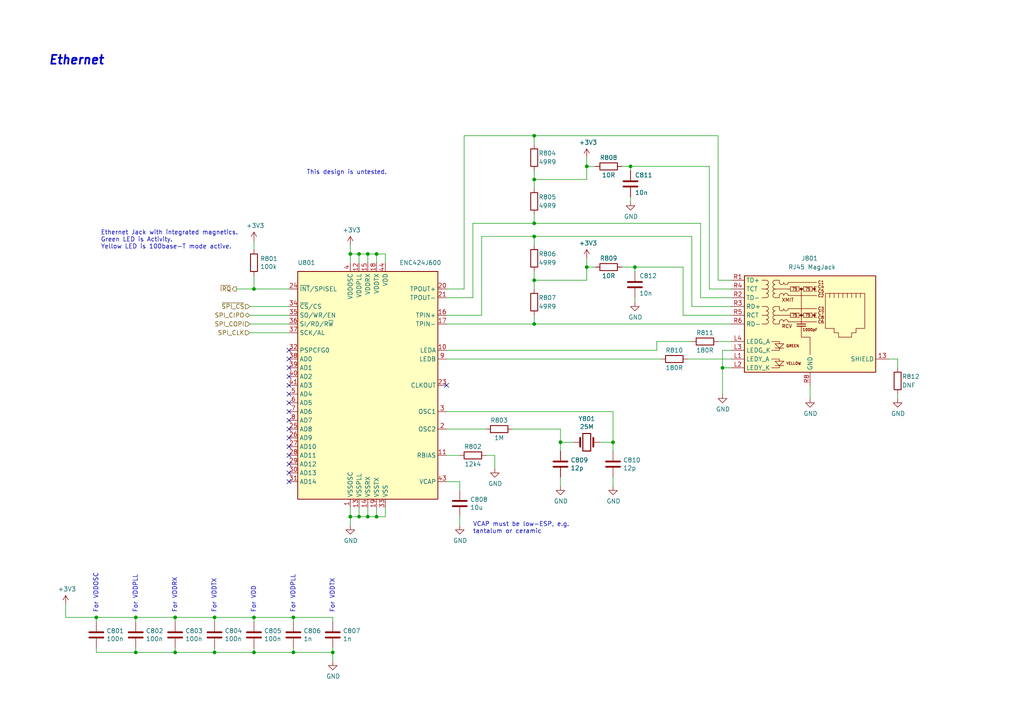
<source format=kicad_sch>
(kicad_sch (version 20211123) (generator eeschema)
  (paper "A4")
  (title_block (title "Neotron Common Hardware") (date "2021-06-18") (rev "[Uncontrolled]") (company "https://neotron-compute.github.io/") (comment 1 "Licenced as CC BY-SA") (comment 2 "Copyright (c) The Neotron Developers, 2022"))
  (lib_symbols
    (symbol "Connector:RJ45_Amphenol_RJMG1BD3B8K1ANR"
      (property "Reference" "J" (at 19.05 15.24 0))
      (property "Value" "RJ45_Amphenol_RJMG1BD3B8K1ANR" (at -19.05 15.24 0))
      (symbol "RJ45_Amphenol_RJMG1BD3B8K1ANR_0_0"
        (circle (center -2.54 2.54) (radius 0.254) (stroke (width 0.254)) (fill (type outline)))
        (circle (center -2.54 10.16) (radius 0.254) (stroke (width 0.254)) (fill (type outline)))
        (polyline (pts (xy -7.62 -12.065) (xy -10.16 -12.065)))
        (polyline (pts (xy -7.62 -6.985) (xy -10.16 -6.985)))
        (polyline (pts (xy -2.54 10.16) (xy -2.54 0)))
        (polyline (pts (xy -1.27 -0.635) (xy -3.81 -0.635)) (stroke (width 0.254)))
        (polyline (pts (xy -1.27 0) (xy -3.81 0)) (stroke (width 0.254)))
        (polyline (pts (xy 1.27 2.54) (xy 0.635 2.54)))
        (polyline (pts (xy 1.27 10.16) (xy 0.635 10.16)))
        (polyline (pts (xy -11.176 -12.7) (xy -8.89 -12.7) (xy -8.89 -12.065)))
        (polyline (pts (xy -11.176 -10.16) (xy -8.89 -10.16) (xy -8.89 -10.795)))
        (polyline (pts (xy -11.176 -5.08) (xy -8.89 -5.08) (xy -8.89 -5.715)))
        (polyline (pts (xy -8.89 -6.985) (xy -8.89 -7.62) (xy -11.176 -7.62)))
        (polyline (pts (xy -10.16 -5.715) (xy -7.62 -5.715) (xy -8.89 -6.985) (xy -10.16 -5.715)))
        (polyline (pts (xy -7.62 -10.795) (xy -10.16 -10.795) (xy -8.89 -12.065) (xy -7.62 -10.795)))
        (polyline (pts (xy -2.54 -0.635) (xy -2.54 -3.81) (xy 0 -3.81) (xy 0 -8.89)))
        (polyline (pts (xy 1.905 3.175) (xy 1.27 3.175) (xy 1.27 1.905) (xy 1.905 1.905)))
        (polyline (pts (xy 1.905 10.795) (xy 1.27 10.795) (xy 1.27 9.525) (xy 1.905 9.525)))
        (circle (center 1.27 2.54) (radius 0.254) (stroke (width 0.254)) (fill (type outline)))
        (circle (center 1.27 10.16) (radius 0.254) (stroke (width 0.254)) (fill (type outline)))
        (text "1000pF" (at 0 -1.651 0) (effects (font (size 0.762 0.762))))
        (text "75" (at -4.445 2.54 0) (effects (font (size 0.762 0.762))))
        (text "75" (at -4.445 10.16 0) (effects (font (size 0.762 0.762))))
        (text "75" (at -0.635 2.54 0) (effects (font (size 0.762 0.762))))
        (text "75" (at -0.635 10.16 0) (effects (font (size 0.762 0.762))))
        (text "C1" (at 3.175 12.065 0) (effects (font (size 0.889 0.889))))
        (text "C2" (at 3.175 8.255 0) (effects (font (size 0.889 0.889))))
        (text "C3" (at 3.175 4.445 0) (effects (font (size 0.889 0.889))))
        (text "C4" (at 3.175 10.795 0) (effects (font (size 0.889 0.889))))
        (text "C5" (at 3.175 9.525 0) (effects (font (size 0.889 0.889))))
        (text "C6" (at 3.175 0.635 0) (effects (font (size 0.889 0.889))))
        (text "C7" (at 3.175 3.175 0) (effects (font (size 0.889 0.889))))
        (text "C8" (at 3.175 1.905 0) (effects (font (size 0.889 0.889))))
        (text "GREEN" (at -6.985 -6.35 0) (effects (font (size 0.762 0.762)) (justify left)))
        (text "RCV" (at -8.255 -0.635 0) (effects (font (size 1.016 1.016)) (justify left)))
        (text "XMIT" (at -8.255 6.985 0) (effects (font (size 1.016 1.016)) (justify left)))
        (text "YELLOW" (at -6.985 -11.43 0) (effects (font (size 0.762 0.762)) (justify left)))
      )
      (symbol "RJ45_Amphenol_RJMG1BD3B8K1ANR_0_1"
        (rectangle (start -19.05 -13.97) (end 19.05 13.97) (stroke (width 0.254)) (fill (type background)))
        (arc (start -12.7 0) (mid -12.065 0.635) (end -12.7 1.27))
        (arc (start -12.7 1.27) (mid -12.065 1.905) (end -12.7 2.54))
        (arc (start -12.7 2.54) (mid -12.065 3.175) (end -12.7 3.81))
        (arc (start -12.7 3.81) (mid -12.065 4.445) (end -12.7 5.08))
        (arc (start -12.7 7.62) (mid -12.065 8.255) (end -12.7 8.89))
        (arc (start -12.7 8.89) (mid -12.065 9.525) (end -12.7 10.16))
        (arc (start -12.7 10.16) (mid -12.065 10.795) (end -12.7 11.43))
        (arc (start -12.7 11.43) (mid -12.065 12.065) (end -12.7 12.7))
        (arc (start -10.16 1.27) (mid -10.795 0.635) (end -10.16 0))
        (arc (start -10.16 2.54) (mid -10.795 1.905) (end -10.16 1.27))
        (arc (start -10.16 3.81) (mid -10.795 3.175) (end -10.16 2.54))
        (arc (start -10.16 5.08) (mid -10.795 4.445) (end -10.16 3.81))
        (arc (start -10.16 8.89) (mid -10.795 8.255) (end -10.16 7.62))
        (arc (start -10.16 10.16) (mid -10.795 9.525) (end -10.16 8.89))
        (arc (start -10.16 11.43) (mid -10.795 10.795) (end -10.16 10.16))
        (arc (start -10.16 12.7) (mid -10.795 12.065) (end -10.16 11.43))
        (arc (start -8.89 4.445) (mid -8.255 3.81) (end -7.62 4.445))
        (arc (start -8.89 12.065) (mid -8.255 11.43) (end -7.62 12.065))
        (arc (start -7.62 0.635) (mid -8.255 1.27) (end -8.89 0.635))
        (arc (start -7.62 4.445) (mid -6.985 3.81) (end -6.35 4.445))
        (arc (start -7.62 8.255) (mid -8.255 8.89) (end -8.89 8.255))
        (arc (start -7.62 12.065) (mid -6.985 11.43) (end -6.35 12.065))
        (arc (start -6.35 0.635) (mid -6.985 1.27) (end -7.62 0.635))
        (arc (start -6.35 8.255) (mid -6.985 8.89) (end -7.62 8.255))
        (rectangle (start -5.715 3.175) (end -3.175 1.905))
        (rectangle (start -5.715 10.795) (end -3.175 9.525))
        (rectangle (start -1.905 3.175) (end 0.635 1.905))
        (rectangle (start -1.905 10.795) (end 0.635 9.525))
        (polyline (pts (xy -12.7 0) (xy -13.97 0)))
        (polyline (pts (xy -12.7 2.54) (xy -13.97 2.54)))
        (polyline (pts (xy -12.7 5.08) (xy -13.97 5.08)))
        (polyline (pts (xy -12.7 7.62) (xy -13.97 7.62)))
        (polyline (pts (xy -12.7 10.16) (xy -13.97 10.16)))
        (polyline (pts (xy -12.7 12.7) (xy -13.97 12.7)))
        (polyline (pts (xy -6.35 0.635) (xy 1.905 0.635)))
        (polyline (pts (xy -6.35 4.445) (xy 1.905 4.445)))
        (polyline (pts (xy -6.35 8.255) (xy 1.905 8.255)))
        (polyline (pts (xy -6.35 12.065) (xy 1.905 12.065)))
        (polyline (pts (xy -5.715 2.54) (xy -10.16 2.54)))
        (polyline (pts (xy -5.715 10.16) (xy -10.16 10.16)))
        (polyline (pts (xy -3.175 2.54) (xy -1.905 2.54)))
        (polyline (pts (xy -3.175 10.16) (xy -1.905 10.16)))
        (polyline (pts (xy 5.715 7.62) (xy 5.715 8.89)))
        (polyline (pts (xy 6.985 8.89) (xy 6.985 7.62)))
        (polyline (pts (xy 8.255 8.89) (xy 8.255 7.62)))
        (polyline (pts (xy 9.525 8.89) (xy 9.525 7.62)))
        (polyline (pts (xy 10.795 8.89) (xy 10.795 7.62)))
        (polyline (pts (xy 12.065 8.89) (xy 12.065 7.62)))
        (polyline (pts (xy 13.335 7.62) (xy 13.335 8.89)))
        (polyline (pts (xy 14.605 7.62) (xy 14.605 8.89)))
        (polyline (pts (xy -10.16 5.08) (xy -8.89 5.08) (xy -8.89 4.445)))
        (polyline (pts (xy -10.16 12.7) (xy -8.89 12.7) (xy -8.89 12.065)))
        (polyline (pts (xy -8.89 0.635) (xy -8.89 0) (xy -10.16 0)))
        (polyline (pts (xy -8.89 8.255) (xy -8.89 7.62) (xy -10.16 7.62)))
        (polyline (pts (xy 4.445 8.89) (xy 15.875 8.89) (xy 15.875 -1.27) (xy 13.335 -1.27) (xy 13.335 -2.54) (xy 12.065 -2.54) (xy 12.065 -3.81) (xy 8.255 -3.81) (xy 8.255 -2.54) (xy 6.985 -2.54) (xy 6.985 -1.27) (xy 4.445 -1.27) (xy 4.445 8.89)))
      )
      (symbol "RJ45_Amphenol_RJMG1BD3B8K1ANR_1_1"
        (pin passive line (at 22.86 -10.16 180) (length 3.81) (name "SHIELD") (number "13"))
        (pin passive line (at -22.86 -10.16 0) (length 3.81) (name "LEDY_A") (number "L1"))
        (pin passive line (at -22.86 -12.7 0) (length 3.81) (name "LEDY_K") (number "L2"))
        (pin passive line (at -22.86 -7.62 0) (length 3.81) (name "LEDG_K") (number "L3"))
        (pin passive line (at -22.86 -5.08 0) (length 3.81) (name "LEDG_A") (number "L4"))
        (pin passive line (at -22.86 12.7 0) (length 3.81) (name "TD+") (number "R1"))
        (pin passive line (at -22.86 7.62 0) (length 3.81) (name "TD-") (number "R2"))
        (pin passive line (at -22.86 5.08 0) (length 3.81) (name "RD+") (number "R3"))
        (pin passive line (at -22.86 10.16 0) (length 3.81) (name "TCT") (number "R4"))
        (pin passive line (at -22.86 2.54 0) (length 3.81) (name "RCT") (number "R5"))
        (pin passive line (at -22.86 0 0) (length 3.81) (name "RD-") (number "R6"))
        (pin no_connect line (at 5.08 -5.08 0) (length 0) hide (name "NC") (number "R7"))
        (pin power_in line (at 0 -17.78 90) (length 3.81) (name "GND") (number "R8"))
      )
    )
    (symbol "Device:C" (pin_numbers hide) (pin_names (offset 0.254))
      (property "Reference" "C" (at 0.635 2.54 0))
      (property "Value" "C" (at 0.635 -2.54 0))
      (symbol "C_0_1"
        (polyline (pts (xy -2.032 -0.762) (xy 2.032 -0.762)) (stroke (width 0.508)))
        (polyline (pts (xy -2.032 0.762) (xy 2.032 0.762)) (stroke (width 0.508)))
      )
      (symbol "C_1_1"
        (pin passive line (at 0 3.81 270) (length 2.794) (name "~") (number "1"))
        (pin passive line (at 0 -3.81 90) (length 2.794) (name "~") (number "2"))
      )
    )
    (symbol "Device:Crystal" (pin_numbers hide) (pin_names (offset 1.016) hide)
      (property "Reference" "Y" (at 0 3.81 0))
      (property "Value" "Crystal" (at 0 -3.81 0))
      (symbol "Crystal_0_1"
        (rectangle (start -1.143 2.54) (end 1.143 -2.54) (stroke (width 0.3048)))
        (polyline (pts (xy -2.54 0) (xy -1.905 0)))
        (polyline (pts (xy -1.905 -1.27) (xy -1.905 1.27)) (stroke (width 0.508)))
        (polyline (pts (xy 1.905 -1.27) (xy 1.905 1.27)) (stroke (width 0.508)))
        (polyline (pts (xy 2.54 0) (xy 1.905 0)))
      )
      (symbol "Crystal_1_1"
        (pin passive line (at -3.81 0 0) (length 1.27) (name "1") (number "1"))
        (pin passive line (at 3.81 0 180) (length 1.27) (name "2") (number "2"))
      )
    )
    (symbol "Device:R" (pin_numbers hide) (pin_names (offset 0))
      (property "Reference" "R" (at 2.032 0 90))
      (property "Value" "R" (at 0 0 90))
      (symbol "R_0_1"
        (rectangle (start -1.016 -2.54) (end 1.016 2.54) (stroke (width 0.254)))
      )
      (symbol "R_1_1"
        (pin passive line (at 0 3.81 270) (length 1.27) (name "~") (number "1"))
        (pin passive line (at 0 -3.81 90) (length 1.27) (name "~") (number "2"))
      )
    )
    (symbol "Interface_Ethernet:ENC424J600-PT"
      (property "Reference" "U" (at -19.05 34.29 0))
      (property "Value" "ENC424J600-PT" (at 7.62 34.29 0))
      (symbol "ENC424J600-PT_0_1"
        (rectangle (start -20.32 33.02) (end 20.32 -33.02) (stroke (width 0.254)) (fill (type background)))
      )
      (symbol "ENC424J600-PT_1_1"
        (pin power_in line (at -5.08 -35.56 90) (length 2.54) (name "VSSOSC") (number "1"))
        (pin output line (at 22.86 10.16 180) (length 2.54) (name "LEDA") (number "10"))
        (pin input line (at 22.86 -20.32 180) (length 2.54) (name "RBIAS") (number "11"))
        (pin power_in line (at -2.54 35.56 270) (length 2.54) (name "VDDPLL") (number "12"))
        (pin power_in line (at -2.54 -35.56 90) (length 2.54) (name "VSSPLL") (number "13"))
        (pin power_in line (at 0 -35.56 90) (length 2.54) (name "VSSRX") (number "14"))
        (pin power_in line (at 0 35.56 270) (length 2.54) (name "VDDRX") (number "15"))
        (pin input line (at 22.86 20.32 180) (length 2.54) (name "TPIN+") (number "16"))
        (pin input line (at 22.86 17.78 180) (length 2.54) (name "TPIN-") (number "17"))
        (pin power_in line (at 2.54 35.56 270) (length 2.54) (name "VDDTX") (number "18"))
        (pin power_in line (at 2.54 -35.56 90) (length 2.54) (name "VSSTX") (number "19"))
        (pin output line (at 22.86 -12.7 180) (length 2.54) (name "OSC2") (number "2"))
        (pin output line (at 22.86 27.94 180) (length 2.54) (name "TPOUT+") (number "20"))
        (pin output line (at 22.86 25.4 180) (length 2.54) (name "TPOUT-") (number "21"))
        (pin passive line (at 2.54 -35.56 90) (length 2.54) hide (name "VSSTX") (number "22"))
        (pin output line (at 22.86 0 180) (length 2.54) (name "CLKOUT") (number "23"))
        (pin bidirectional line (at -22.86 27.94 0) (length 2.54) (name "~{INT}/SPISEL") (number "24"))
        (pin bidirectional line (at -22.86 -12.7 0) (length 2.54) (name "AD8") (number "25"))
        (pin bidirectional line (at -22.86 -15.24 0) (length 2.54) (name "AD9") (number "26"))
        (pin bidirectional line (at -22.86 -17.78 0) (length 2.54) (name "AD10") (number "27"))
        (pin bidirectional line (at -22.86 -20.32 0) (length 2.54) (name "AD11") (number "28"))
        (pin bidirectional line (at -22.86 -22.86 0) (length 2.54) (name "AD12") (number "29"))
        (pin input line (at 22.86 -7.62 180) (length 2.54) (name "OSC1") (number "3"))
        (pin bidirectional line (at -22.86 -25.4 0) (length 2.54) (name "AD13") (number "30"))
        (pin bidirectional line (at -22.86 -27.94 0) (length 2.54) (name "AD14") (number "31"))
        (pin input line (at -22.86 10.16 0) (length 2.54) (name "PSPCFG0") (number "32"))
        (pin power_in line (at 5.08 -35.56 90) (length 2.54) (name "VSS") (number "33"))
        (pin input line (at -22.86 22.86 0) (length 2.54) (name "~{CS}/CS") (number "34"))
        (pin bidirectional line (at -22.86 20.32 0) (length 2.54) (name "SO/WR/EN") (number "35"))
        (pin input line (at -22.86 17.78 0) (length 2.54) (name "SI/RD/R~{W}") (number "36"))
        (pin input line (at -22.86 15.24 0) (length 2.54) (name "SCK/AL") (number "37"))
        (pin bidirectional line (at -22.86 7.62 0) (length 2.54) (name "AD0") (number "38"))
        (pin input line (at -22.86 5.08 0) (length 2.54) (name "AD1") (number "39"))
        (pin power_in line (at -5.08 35.56 270) (length 2.54) (name "VDDOSC") (number "4"))
        (pin bidirectional line (at -22.86 2.54 0) (length 2.54) (name "AD2") (number "40"))
        (pin bidirectional line (at -22.86 0 0) (length 2.54) (name "AD3") (number "41"))
        (pin passive line (at 5.08 -35.56 90) (length 2.54) hide (name "VSS") (number "42"))
        (pin input line (at 22.86 -27.94 180) (length 2.54) (name "VCAP") (number "43"))
        (pin power_in line (at 5.08 35.56 270) (length 2.54) (name "VDD") (number "44"))
        (pin bidirectional line (at -22.86 -2.54 0) (length 2.54) (name "AD4") (number "5"))
        (pin bidirectional line (at -22.86 -5.08 0) (length 2.54) (name "AD5") (number "6"))
        (pin bidirectional line (at -22.86 -7.62 0) (length 2.54) (name "AD6") (number "7"))
        (pin bidirectional line (at -22.86 -10.16 0) (length 2.54) (name "AD7") (number "8"))
        (pin output line (at 22.86 7.62 180) (length 2.54) (name "LEDB") (number "9"))
      )
    )
    (symbol "power:+3V3" (power) (pin_names (offset 0))
      (property "Value" "+3V3" (at 0 3.556 0))
      (symbol "+3V3_0_1"
        (polyline (pts (xy -0.762 1.27) (xy 0 2.54)))
        (polyline (pts (xy 0 0) (xy 0 2.54)))
        (polyline (pts (xy 0 2.54) (xy 0.762 1.27)))
      )
      (symbol "+3V3_1_1"
        (pin power_in line (at 0 0 90) (length 0) hide (name "+3V3") (number "1"))
      )
    )
    (symbol "power:GND" (power) (pin_names (offset 0))
      (property "Value" "GND" (at 0 -3.81 0))
      (symbol "GND_0_1"
        (polyline (pts (xy 0 0) (xy 0 -1.27) (xy 1.27 -1.27) (xy 0 -2.54) (xy -1.27 -1.27) (xy 0 -1.27)))
      )
      (symbol "GND_1_1"
        (pin power_in line (at 0 0 270) (length 0) hide (name "GND") (number "1"))
      )
    )
  )
  (junction (at 170.18 77.47))
  (junction (at 182.88 48.26))
  (junction (at 27.94 179.07))
  (junction (at 104.14 149.86))
  (junction (at 96.52 189.23))
  (junction (at 39.37 179.07))
  (junction (at 73.66 189.23))
  (junction (at 106.68 149.86))
  (junction (at 106.68 73.66))
  (junction (at 62.23 189.23))
  (junction (at 209.55 106.68))
  (junction (at 170.18 48.26))
  (junction (at 154.94 52.07))
  (junction (at 154.94 93.98))
  (junction (at 73.66 83.82))
  (junction (at 101.6 149.86))
  (junction (at 50.8 179.07))
  (junction (at 184.15 77.47))
  (junction (at 62.23 179.07))
  (junction (at 154.94 68.58))
  (junction (at 154.94 39.37))
  (junction (at 154.94 64.77))
  (junction (at 177.8 128.27))
  (junction (at 154.94 81.28))
  (junction (at 85.09 189.23))
  (junction (at 104.14 73.66))
  (junction (at 85.09 179.07))
  (junction (at 162.56 128.27))
  (junction (at 39.37 189.23))
  (junction (at 109.22 73.66))
  (junction (at 50.8 189.23))
  (junction (at 101.6 73.66))
  (junction (at 73.66 179.07))
  (junction (at 109.22 149.86))
  (no_connect (at 83.82 116.84))
  (no_connect (at 83.82 114.3))
  (no_connect (at 83.82 104.14))
  (no_connect (at 83.82 109.22))
  (no_connect (at 83.82 111.76))
  (no_connect (at 83.82 119.38))
  (no_connect (at 83.82 132.08))
  (no_connect (at 83.82 127))
  (no_connect (at 83.82 137.16))
  (no_connect (at 83.82 124.46))
  (no_connect (at 83.82 106.68))
  (no_connect (at 83.82 101.6))
  (no_connect (at 83.82 129.54))
  (no_connect (at 83.82 121.92))
  (no_connect (at 83.82 139.7))
  (no_connect (at 83.82 134.62))
  (no_connect (at 129.54 111.76))
  (wire (pts (xy 208.28 99.06) (xy 212.09 99.06)))
  (wire (pts (xy 134.62 39.37) (xy 134.62 83.82)))
  (wire (pts (xy 62.23 179.07) (xy 73.66 179.07)))
  (wire (pts (xy 154.94 52.07) (xy 154.94 54.61)))
  (wire (pts (xy 166.37 128.27) (xy 162.56 128.27)))
  (wire (pts (xy 133.35 152.4) (xy 133.35 149.86)))
  (wire (pts (xy 73.66 180.34) (xy 73.66 179.07)))
  (wire (pts (xy 50.8 189.23) (xy 50.8 187.96)))
  (wire (pts (xy 50.8 180.34) (xy 50.8 179.07)))
  (wire (pts (xy 162.56 140.97) (xy 162.56 138.43)))
  (wire (pts (xy 203.2 64.77) (xy 203.2 86.36)))
  (wire (pts (xy 170.18 52.07) (xy 170.18 48.26)))
  (wire (pts (xy 200.66 88.9) (xy 212.09 88.9)))
  (wire (pts (xy 184.15 86.36) (xy 184.15 87.63)))
  (wire (pts (xy 190.5 101.6) (xy 190.5 99.06)))
  (wire (pts (xy 85.09 179.07) (xy 96.52 179.07)))
  (wire (pts (xy 143.51 132.08) (xy 143.51 135.89)))
  (wire (pts (xy 62.23 189.23) (xy 50.8 189.23)))
  (wire (pts (xy 73.66 189.23) (xy 73.66 187.96)))
  (wire (pts (xy 154.94 52.07) (xy 170.18 52.07)))
  (wire (pts (xy 200.66 68.58) (xy 200.66 88.9)))
  (wire (pts (xy 154.94 64.77) (xy 203.2 64.77)))
  (wire (pts (xy 96.52 179.07) (xy 96.52 180.34)))
  (wire (pts (xy 209.55 106.68) (xy 209.55 114.3)))
  (wire (pts (xy 39.37 180.34) (xy 39.37 179.07)))
  (wire (pts (xy 27.94 189.23) (xy 27.94 187.96)))
  (wire (pts (xy 19.05 175.26) (xy 19.05 179.07)))
  (wire (pts (xy 104.14 149.86) (xy 104.14 147.32)))
  (wire (pts (xy 172.72 77.47) (xy 170.18 77.47)))
  (wire (pts (xy 101.6 149.86) (xy 101.6 152.4)))
  (wire (pts (xy 177.8 128.27) (xy 173.99 128.27)))
  (wire (pts (xy 180.34 48.26) (xy 182.88 48.26)))
  (wire (pts (xy 96.52 189.23) (xy 96.52 191.77)))
  (wire (pts (xy 111.76 149.86) (xy 111.76 147.32)))
  (wire (pts (xy 101.6 147.32) (xy 101.6 149.86)))
  (wire (pts (xy 182.88 48.26) (xy 205.74 48.26)))
  (wire (pts (xy 101.6 71.12) (xy 101.6 73.66)))
  (wire (pts (xy 39.37 179.07) (xy 50.8 179.07)))
  (wire (pts (xy 129.54 101.6) (xy 190.5 101.6)))
  (wire (pts (xy 109.22 73.66) (xy 111.76 73.66)))
  (wire (pts (xy 137.16 64.77) (xy 137.16 86.36)))
  (wire (pts (xy 72.39 96.52) (xy 83.82 96.52)))
  (wire (pts (xy 101.6 73.66) (xy 104.14 73.66)))
  (wire (pts (xy 101.6 149.86) (xy 104.14 149.86)))
  (wire (pts (xy 257.81 104.14) (xy 260.35 104.14)))
  (wire (pts (xy 73.66 189.23) (xy 62.23 189.23)))
  (wire (pts (xy 27.94 179.07) (xy 39.37 179.07)))
  (wire (pts (xy 73.66 69.85) (xy 73.66 72.39)))
  (wire (pts (xy 212.09 86.36) (xy 203.2 86.36)))
  (wire (pts (xy 109.22 149.86) (xy 109.22 147.32)))
  (wire (pts (xy 27.94 180.34) (xy 27.94 179.07)))
  (wire (pts (xy 154.94 93.98) (xy 154.94 91.44)))
  (wire (pts (xy 129.54 91.44) (xy 139.7 91.44)))
  (wire (pts (xy 177.8 119.38) (xy 177.8 128.27)))
  (wire (pts (xy 182.88 49.53) (xy 182.88 48.26)))
  (wire (pts (xy 96.52 187.96) (xy 96.52 189.23)))
  (wire (pts (xy 154.94 78.74) (xy 154.94 81.28)))
  (wire (pts (xy 85.09 187.96) (xy 85.09 189.23)))
  (wire (pts (xy 198.12 77.47) (xy 198.12 91.44)))
  (wire (pts (xy 133.35 139.7) (xy 129.54 139.7)))
  (wire (pts (xy 139.7 68.58) (xy 154.94 68.58)))
  (wire (pts (xy 154.94 64.77) (xy 154.94 62.23)))
  (wire (pts (xy 154.94 68.58) (xy 154.94 71.12)))
  (wire (pts (xy 96.52 189.23) (xy 85.09 189.23)))
  (wire (pts (xy 104.14 73.66) (xy 104.14 76.2)))
  (wire (pts (xy 184.15 77.47) (xy 198.12 77.47)))
  (wire (pts (xy 39.37 189.23) (xy 39.37 187.96)))
  (wire (pts (xy 154.94 39.37) (xy 208.28 39.37)))
  (wire (pts (xy 129.54 104.14) (xy 191.77 104.14)))
  (wire (pts (xy 199.39 104.14) (xy 212.09 104.14)))
  (wire (pts (xy 109.22 149.86) (xy 111.76 149.86)))
  (wire (pts (xy 111.76 73.66) (xy 111.76 76.2)))
  (wire (pts (xy 190.5 99.06) (xy 200.66 99.06)))
  (wire (pts (xy 129.54 132.08) (xy 133.35 132.08)))
  (wire (pts (xy 184.15 77.47) (xy 184.15 78.74)))
  (wire (pts (xy 101.6 73.66) (xy 101.6 76.2)))
  (wire (pts (xy 154.94 81.28) (xy 154.94 83.82)))
  (wire (pts (xy 73.66 83.82) (xy 73.66 80.01)))
  (wire (pts (xy 212.09 83.82) (xy 205.74 83.82)))
  (wire (pts (xy 208.28 81.28) (xy 212.09 81.28)))
  (wire (pts (xy 129.54 93.98) (xy 154.94 93.98)))
  (wire (pts (xy 212.09 101.6) (xy 209.55 101.6)))
  (wire (pts (xy 106.68 73.66) (xy 109.22 73.66)))
  (wire (pts (xy 154.94 68.58) (xy 200.66 68.58)))
  (wire (pts (xy 85.09 189.23) (xy 73.66 189.23)))
  (wire (pts (xy 109.22 73.66) (xy 109.22 76.2)))
  (wire (pts (xy 62.23 180.34) (xy 62.23 179.07)))
  (wire (pts (xy 129.54 119.38) (xy 177.8 119.38)))
  (wire (pts (xy 50.8 189.23) (xy 39.37 189.23)))
  (wire (pts (xy 260.35 114.3) (xy 260.35 115.57)))
  (wire (pts (xy 106.68 149.86) (xy 106.68 147.32)))
  (wire (pts (xy 148.59 124.46) (xy 162.56 124.46)))
  (wire (pts (xy 162.56 128.27) (xy 162.56 124.46)))
  (wire (pts (xy 19.05 179.07) (xy 27.94 179.07)))
  (wire (pts (xy 234.95 115.57) (xy 234.95 111.76)))
  (wire (pts (xy 85.09 179.07) (xy 85.09 180.34)))
  (wire (pts (xy 106.68 149.86) (xy 109.22 149.86)))
  (wire (pts (xy 162.56 130.81) (xy 162.56 128.27)))
  (wire (pts (xy 129.54 124.46) (xy 140.97 124.46)))
  (wire (pts (xy 154.94 39.37) (xy 154.94 41.91)))
  (wire (pts (xy 73.66 83.82) (xy 83.82 83.82)))
  (wire (pts (xy 73.66 179.07) (xy 85.09 179.07)))
  (wire (pts (xy 177.8 130.81) (xy 177.8 128.27)))
  (wire (pts (xy 177.8 140.97) (xy 177.8 138.43)))
  (wire (pts (xy 106.68 73.66) (xy 106.68 76.2)))
  (wire (pts (xy 154.94 81.28) (xy 170.18 81.28)))
  (wire (pts (xy 83.82 93.98) (xy 72.39 93.98)))
  (wire (pts (xy 68.58 83.82) (xy 73.66 83.82)))
  (wire (pts (xy 170.18 77.47) (xy 170.18 81.28)))
  (wire (pts (xy 209.55 101.6) (xy 209.55 106.68)))
  (wire (pts (xy 182.88 57.15) (xy 182.88 58.42)))
  (wire (pts (xy 104.14 73.66) (xy 106.68 73.66)))
  (wire (pts (xy 260.35 104.14) (xy 260.35 106.68)))
  (wire (pts (xy 134.62 39.37) (xy 154.94 39.37)))
  (wire (pts (xy 208.28 39.37) (xy 208.28 81.28)))
  (wire (pts (xy 129.54 86.36) (xy 137.16 86.36)))
  (wire (pts (xy 62.23 189.23) (xy 62.23 187.96)))
  (wire (pts (xy 83.82 88.9) (xy 72.39 88.9)))
  (wire (pts (xy 154.94 49.53) (xy 154.94 52.07)))
  (wire (pts (xy 172.72 48.26) (xy 170.18 48.26)))
  (wire (pts (xy 50.8 179.07) (xy 62.23 179.07)))
  (wire (pts (xy 212.09 106.68) (xy 209.55 106.68)))
  (wire (pts (xy 72.39 91.44) (xy 83.82 91.44)))
  (wire (pts (xy 139.7 91.44) (xy 139.7 68.58)))
  (wire (pts (xy 212.09 91.44) (xy 198.12 91.44)))
  (wire (pts (xy 140.97 132.08) (xy 143.51 132.08)))
  (wire (pts (xy 170.18 48.26) (xy 170.18 45.72)))
  (wire (pts (xy 133.35 142.24) (xy 133.35 139.7)))
  (wire (pts (xy 39.37 189.23) (xy 27.94 189.23)))
  (wire (pts (xy 104.14 149.86) (xy 106.68 149.86)))
  (wire (pts (xy 180.34 77.47) (xy 184.15 77.47)))
  (wire (pts (xy 170.18 74.93) (xy 170.18 77.47)))
  (wire (pts (xy 129.54 83.82) (xy 134.62 83.82)))
  (wire (pts (xy 154.94 93.98) (xy 212.09 93.98)))
  (wire (pts (xy 205.74 48.26) (xy 205.74 83.82)))
  (wire (pts (xy 137.16 64.77) (xy 154.94 64.77)))
  (text "For VDDPLL" (at 40.005 177.8 90) (effects (font (size 1.27 1.27)) (justify left bottom)))
  (text "For VDDRX" (at 51.435 177.8 90) (effects (font (size 1.27 1.27)) (justify left bottom)))
  (text "VCAP must be low-ESP, e.g.\ntantalum or ceramic" (at 137.16 154.94 0) (effects (font (size 1.27 1.27)) (justify left bottom)))
  (text "For VDDOSC" (at 28.575 177.8 90) (effects (font (size 1.27 1.27)) (justify left bottom)))
  (text "For VDDPLL" (at 85.725 177.8 90) (effects (font (size 1.27 1.27)) (justify left bottom)))
  (text "For VDDTX" (at 62.865 177.8 90) (effects (font (size 1.27 1.27)) (justify left bottom)))
  (text "Ethernet" (at 13.97 19.05 0) (effects (font (size 2.54 2.54) (thickness 0.508) bold italic) (justify left bottom)))
  (text "This design is untested." (at 88.9 50.8 0) (effects (font (size 1.27 1.27)) (justify left bottom)))
  (text "For VDDTX" (at 97.155 177.8 90) (effects (font (size 1.27 1.27)) (justify left bottom)))
  (text "For VDD" (at 74.295 177.8 90) (effects (font (size 1.27 1.27)) (justify left bottom)))
  (text "Ethernet Jack with integrated magnetics.\nGreen LED is Activity.\nYellow LED is 100base-T mode active." (at 29.21 72.39 0) (effects (font (size 1.27 1.27)) (justify left bottom)))
  (hierarchical_label "SPI_CIPO" (shape tri_state) (at 72.39 91.44 180))
  (hierarchical_label "~{SPI_CS}" (shape input) (at 72.39 88.9 180))
  (hierarchical_label "SPI_COPI" (shape input) (at 72.39 93.98 180))
  (hierarchical_label "SPI_CLK" (shape input) (at 72.39 96.52 180))
  (hierarchical_label "~{IRQ}" (shape output) (at 68.58 83.82 180))
  (symbol (lib_id "Connector:RJ45_Amphenol_RJMG1BD3B8K1ANR") (at 234.95 93.98 0) (unit 1)
    (property "Reference" "J801" (at 232.41 74.93 0) (effects (justify left)))
    (property "Value" "RJ45 MagJack" (at 228.6 77.47 0) (effects (justify left)))
    (property "Footprint" "Connector_RJ:RJ45_Amphenol_RJMG1BD3B8K1ANR" (effects hide))
    (property "Datasheet" "https://www.amphenolcanada.com/ProductSearch/Drawings/AC/RJMG1BD3B8K1ANR.PDF" (effects hide))
    (property "DNP" "0" (effects hide))
    (property "Digikey" "RJMG1BD3B8K1ANR-ND" (effects hide))
    (property "MPN" "RJMG1BD3B8K1ANR" (effects hide))
    (property "Manufacturer" "Amphenol" (effects hide))
    (property "Mouser" "523-RJMG1BD3B8K1ANR" (effects hide))
  )
  (symbol (lib_id "Interface_Ethernet:ENC424J600-PT") (at 106.68 111.76 0) (unit 1)
    (property "Reference" "U801" (at 88.9 76.2 0))
    (property "Value" "ENC424J600" (at 121.92 76.2 0))
    (property "Footprint" "Package_QFP:TQFP-44_10x10mm_P0.8mm" (effects hide))
    (property "Datasheet" "http://ww1.microchip.com/downloads/en/DeviceDoc/39935c.pdf" (effects hide))
    (property "DNP" "0" (effects hide))
    (property "Digikey" "ENC424J600-I/PT-ND" (effects hide))
    (property "MPN" "ENC424J600-I/PT" (effects hide))
    (property "Manufacturer" "Microchip" (effects hide))
    (property "Mouser" "579-ENC424J600-I/PT" (effects hide))
  )
  (symbol (lib_id "Device:Crystal") (at 170.18 128.27 0) (unit 1)
    (property "Reference" "Y801" (at 170.18 121.4628 0))
    (property "Value" "25M" (at 170.18 123.7742 0))
    (property "Footprint" "Crystal:Crystal_HC49-4H_Vertical" (effects hide))
    (property "Datasheet" "https://abracon.com/Resonators/ABL.pdf" (effects hide))
    (property "DNP" "0" (effects hide))
    (property "Digikey" "535-9050-ND" (effects hide))
    (property "MPN" "ABL-25.000MHZ-B2F" (effects hide))
    (property "Manufacturer" "Abracon" (effects hide))
    (property "Mouser" "815-ABL-25-B2F" (effects hide))
  )
  (symbol (lib_id "Device:C") (at 177.8 134.62 0) (unit 1)
    (property "Reference" "C810" (at 180.721 133.4516 0) (effects (justify left)))
    (property "Value" "12p" (at 180.721 135.763 0) (effects (justify left)))
    (property "Footprint" "Capacitor_SMD:C_0805_2012Metric_Pad1.18x1.45mm_HandSolder" (effects hide))
    (property "DNP" "0" (effects hide))
    (property "Digikey" "1276-2580-1-ND" (effects hide))
    (property "MPN" "CL21C120JB61PNC" (effects hide))
    (property "Manufacturer" "Samsung" (effects hide))
    (property "Tolerance" "C0G" (effects hide))
    (property "Voltage" "10V" (effects hide))
  )
  (symbol (lib_id "Device:C") (at 162.56 134.62 0) (unit 1)
    (property "Reference" "C809" (at 165.481 133.4516 0) (effects (justify left)))
    (property "Value" "12p" (at 165.481 135.763 0) (effects (justify left)))
    (property "Footprint" "Capacitor_SMD:C_0805_2012Metric_Pad1.18x1.45mm_HandSolder" (effects hide))
    (property "DNP" "0" (effects hide))
    (property "Digikey" "1276-2580-1-ND" (effects hide))
    (property "MPN" "CL21C120JB61PNC" (effects hide))
    (property "Manufacturer" "Samsung" (effects hide))
    (property "Tolerance" "C0G" (effects hide))
    (property "Voltage" "10V" (effects hide))
  )
  (symbol (lib_id "power:GND") (at 162.56 140.97 0) (unit 1)
    (property "Reference" "#PWR0808" (effects hide))
    (property "Value" "GND" (at 162.687 145.3642 0))
  )
  (symbol (lib_id "power:GND") (at 177.8 140.97 0) (unit 1)
    (property "Reference" "#PWR0811" (effects hide))
    (property "Value" "GND" (at 177.927 145.3642 0))
  )
  (symbol (lib_id "power:GND") (at 234.95 115.57 0) (unit 1)
    (property "Reference" "#PWR0815" (effects hide))
    (property "Value" "GND" (at 235.077 119.9642 0))
  )
  (symbol (lib_id "Device:R") (at 73.66 76.2 0) (unit 1)
    (property "Reference" "R801" (at 75.438 75.0316 0) (effects (justify left)))
    (property "Value" "100k" (at 75.438 77.343 0) (effects (justify left)))
    (property "Footprint" "Resistor_SMD:R_0805_2012Metric_Pad1.20x1.40mm_HandSolder" (effects hide))
    (property "DNP" "0" (effects hide))
    (property "Digikey" "RMCF0805FT100K-ND" (effects hide))
    (property "MPN" "RMCF0805FT100K" (effects hide))
    (property "Manufacturer" "Stackpole" (effects hide))
    (property "Tolerance" "1%" (effects hide))
  )
  (symbol (lib_id "power:+3V3") (at 73.66 69.85 0) (unit 1)
    (property "Reference" "#PWR0802" (effects hide))
    (property "Value" "+3V3" (at 74.041 65.4558 0))
  )
  (symbol (lib_id "power:+3V3") (at 101.6 71.12 0) (unit 1)
    (property "Reference" "#PWR0804" (effects hide))
    (property "Value" "+3V3" (at 101.981 66.7258 0))
  )
  (symbol (lib_id "power:GND") (at 101.6 152.4 0) (unit 1)
    (property "Reference" "#PWR0805" (effects hide))
    (property "Value" "GND" (at 101.727 156.7942 0))
  )
  (symbol (lib_id "Device:R") (at 144.78 124.46 90) (unit 1)
    (property "Reference" "R803" (at 144.78 121.92 90))
    (property "Value" "1M" (at 144.78 127 90))
    (property "Footprint" "Resistor_SMD:R_0805_2012Metric_Pad1.20x1.40mm_HandSolder" (effects hide))
    (property "DNP" "0" (effects hide))
    (property "Digikey" "RMCF0805FT1M00CT-ND" (effects hide))
    (property "MPN" "RMCF0805FT1M00" (effects hide))
    (property "Manufacturer" "Stackpole" (effects hide))
    (property "Tolerance" "1%" (effects hide))
  )
  (symbol (lib_id "Device:C") (at 73.66 184.15 0) (unit 1)
    (property "Reference" "C805" (at 76.581 182.9816 0) (effects (justify left)))
    (property "Value" "100n" (at 76.581 185.293 0) (effects (justify left)))
    (property "Footprint" "Capacitor_SMD:C_0805_2012Metric_Pad1.18x1.45mm_HandSolder" (effects hide))
    (property "DNP" "0" (effects hide))
    (property "MPN" "CC0805KRX7R9BB104" (effects hide))
    (property "Manufacturer" "Vishay" (effects hide))
    (property "Mouser" "594-K104K15X7RF5TL2" (effects hide))
    (property "Tolerance" "X5R" (effects hide))
    (property "Voltage" "10V" (effects hide))
    (property "JLCPCB Collection" "Basic" (effects hide))
    (property "LCSC Part#" "C49678" (effects hide))
  )
  (symbol (lib_id "Device:C") (at 133.35 146.05 0) (unit 1)
    (property "Reference" "C808" (at 136.3472 144.8816 0) (effects (justify left)))
    (property "Value" "10u" (at 136.3472 147.193 0) (effects (justify left)))
    (property "Footprint" "Capacitor_SMD:C_0805_2012Metric_Pad1.18x1.45mm_HandSolder" (effects hide))
    (property "DNP" "0" (effects hide))
    (property "Tolerance" "X5R" (effects hide))
    (property "Voltage" "6.3V" (effects hide))
  )
  (symbol (lib_id "Device:C") (at 62.23 184.15 0) (unit 1)
    (property "Reference" "C804" (at 65.151 182.9816 0) (effects (justify left)))
    (property "Value" "100n" (at 65.151 185.293 0) (effects (justify left)))
    (property "Footprint" "Capacitor_SMD:C_0805_2012Metric_Pad1.18x1.45mm_HandSolder" (effects hide))
    (property "DNP" "0" (effects hide))
    (property "MPN" "CC0805KRX7R9BB104" (effects hide))
    (property "Manufacturer" "Vishay" (effects hide))
    (property "Mouser" "594-K104K15X7RF5TL2" (effects hide))
    (property "Tolerance" "X5R" (effects hide))
    (property "Voltage" "10V" (effects hide))
    (property "JLCPCB Collection" "Basic" (effects hide))
    (property "LCSC Part#" "C49678" (effects hide))
  )
  (symbol (lib_id "Device:C") (at 50.8 184.15 0) (unit 1)
    (property "Reference" "C803" (at 53.721 182.9816 0) (effects (justify left)))
    (property "Value" "100n" (at 53.721 185.293 0) (effects (justify left)))
    (property "Footprint" "Capacitor_SMD:C_0805_2012Metric_Pad1.18x1.45mm_HandSolder" (effects hide))
    (property "DNP" "0" (effects hide))
    (property "MPN" "CC0805KRX7R9BB104" (effects hide))
    (property "Manufacturer" "Vishay" (effects hide))
    (property "Mouser" "594-K104K15X7RF5TL2" (effects hide))
    (property "Tolerance" "X5R" (effects hide))
    (property "Voltage" "10V" (effects hide))
    (property "JLCPCB Collection" "Basic" (effects hide))
    (property "LCSC Part#" "C49678" (effects hide))
  )
  (symbol (lib_id "Device:C") (at 39.37 184.15 0) (unit 1)
    (property "Reference" "C802" (at 42.291 182.9816 0) (effects (justify left)))
    (property "Value" "100n" (at 42.291 185.293 0) (effects (justify left)))
    (property "Footprint" "Capacitor_SMD:C_0805_2012Metric_Pad1.18x1.45mm_HandSolder" (effects hide))
    (property "DNP" "0" (effects hide))
    (property "MPN" "CC0805KRX7R9BB104" (effects hide))
    (property "Manufacturer" "Vishay" (effects hide))
    (property "Mouser" "594-K104K15X7RF5TL2" (effects hide))
    (property "Tolerance" "X5R" (effects hide))
    (property "Voltage" "10V" (effects hide))
    (property "JLCPCB Collection" "Basic" (effects hide))
    (property "LCSC Part#" "C49678" (effects hide))
  )
  (symbol (lib_id "Device:C") (at 27.94 184.15 0) (unit 1)
    (property "Reference" "C801" (at 30.861 182.9816 0) (effects (justify left)))
    (property "Value" "100n" (at 30.861 185.293 0) (effects (justify left)))
    (property "Footprint" "Capacitor_SMD:C_0805_2012Metric_Pad1.18x1.45mm_HandSolder" (effects hide))
    (property "DNP" "0" (effects hide))
    (property "MPN" "CC0805KRX7R9BB104" (effects hide))
    (property "Manufacturer" "Vishay" (effects hide))
    (property "Mouser" "594-K104K15X7RF5TL2" (effects hide))
    (property "Tolerance" "X5R" (effects hide))
    (property "Voltage" "10V" (effects hide))
    (property "JLCPCB Collection" "Basic" (effects hide))
    (property "LCSC Part#" "C49678" (effects hide))
  )
  (symbol (lib_id "power:GND") (at 133.35 152.4 0) (unit 1)
    (property "Reference" "#PWR0806" (effects hide))
    (property "Value" "GND" (at 133.477 156.7942 0))
  )
  (symbol (lib_id "Device:C") (at 96.52 184.15 0) (unit 1)
    (property "Reference" "C807" (at 99.441 182.9816 0) (effects (justify left)))
    (property "Value" "1n" (at 99.441 185.293 0) (effects (justify left)))
    (property "Footprint" "Capacitor_SMD:C_0805_2012Metric_Pad1.18x1.45mm_HandSolder" (effects hide))
    (property "DNP" "0" (effects hide))
    (property "Digikey" "1276-2424-1-ND" (effects hide))
    (property "MPN" "CL21B102KBANFNC" (effects hide))
    (property "Manufacturer" "Samsung" (effects hide))
    (property "Tolerance" "X5R" (effects hide))
    (property "Voltage" "10V" (effects hide))
  )
  (symbol (lib_id "Device:C") (at 85.09 184.15 0) (unit 1)
    (property "Reference" "C806" (at 88.011 182.9816 0) (effects (justify left)))
    (property "Value" "1n" (at 88.011 185.293 0) (effects (justify left)))
    (property "Footprint" "Capacitor_SMD:C_0805_2012Metric_Pad1.18x1.45mm_HandSolder" (effects hide))
    (property "DNP" "0" (effects hide))
    (property "Digikey" "1276-2424-1-ND" (effects hide))
    (property "MPN" "CL21B102KBANFNC" (effects hide))
    (property "Manufacturer" "Samsung" (effects hide))
    (property "Tolerance" "X5R" (effects hide))
    (property "Voltage" "10V" (effects hide))
  )
  (symbol (lib_id "Device:R") (at 137.16 132.08 90) (unit 1)
    (property "Reference" "R802" (at 137.16 129.54 90))
    (property "Value" "12k4" (at 137.16 134.62 90))
    (property "Footprint" "Resistor_SMD:R_0805_2012Metric_Pad1.20x1.40mm_HandSolder" (effects hide))
    (property "DNP" "0" (effects hide))
    (property "Digikey" "RMCF0805FT12K4CT-ND" (effects hide))
    (property "MPN" "RMCF0805FT12K4" (effects hide))
    (property "Manufacturer" "Stackpole" (effects hide))
    (property "Tolerance" "1%" (effects hide))
  )
  (symbol (lib_id "power:GND") (at 143.51 135.89 0) (unit 1)
    (property "Reference" "#PWR0807" (effects hide))
    (property "Value" "GND" (at 143.637 140.2842 0))
  )
  (symbol (lib_id "Device:R") (at 204.47 99.06 90) (unit 1)
    (property "Reference" "R811" (at 204.47 96.52 90))
    (property "Value" "180R" (at 204.47 101.6 90))
    (property "Footprint" "Resistor_SMD:R_0805_2012Metric_Pad1.20x1.40mm_HandSolder" (effects hide))
    (property "DNP" "0" (effects hide))
    (property "Digikey" "RMCF0805FT180R-ND" (effects hide))
    (property "MPN" "RMCF0805FT180R" (effects hide))
    (property "Manufacturer" "Stackpole" (effects hide))
    (property "Tolerance" "1%" (effects hide))
  )
  (symbol (lib_id "Device:R") (at 195.58 104.14 90) (unit 1)
    (property "Reference" "R810" (at 195.58 101.6 90))
    (property "Value" "180R" (at 195.58 106.68 90))
    (property "Footprint" "Resistor_SMD:R_0805_2012Metric_Pad1.20x1.40mm_HandSolder" (effects hide))
    (property "DNP" "0" (effects hide))
    (property "Digikey" "RMCF0805FT180R-ND" (effects hide))
    (property "MPN" "RMCF0805FT180R" (effects hide))
    (property "Manufacturer" "Stackpole" (effects hide))
    (property "Tolerance" "1%" (effects hide))
  )
  (symbol (lib_id "power:GND") (at 209.55 114.3 0) (unit 1)
    (property "Reference" "#PWR0814" (effects hide))
    (property "Value" "GND" (at 209.677 118.6942 0))
  )
  (symbol (lib_id "Device:R") (at 154.94 58.42 0) (unit 1)
    (property "Reference" "R805" (at 156.21 57.15 0) (effects (justify left)))
    (property "Value" "49R9" (at 156.21 59.69 0) (effects (justify left)))
    (property "Footprint" "Resistor_SMD:R_0805_2012Metric_Pad1.20x1.40mm_HandSolder" (effects hide))
    (property "DNP" "0" (effects hide))
    (property "Digikey" "RMCF0805FT49R9CT-ND" (effects hide))
    (property "MPN" "RMCF0805FT49R9" (effects hide))
    (property "Manufacturer" "Stackpole" (effects hide))
    (property "Tolerance" "1%" (effects hide))
  )
  (symbol (lib_id "Device:R") (at 154.94 45.72 0) (unit 1)
    (property "Reference" "R804" (at 156.21 44.45 0) (effects (justify left)))
    (property "Value" "49R9" (at 156.21 46.99 0) (effects (justify left)))
    (property "Footprint" "Resistor_SMD:R_0805_2012Metric_Pad1.20x1.40mm_HandSolder" (effects hide))
    (property "DNP" "0" (effects hide))
    (property "Digikey" "RMCF0805FT49R9CT-ND" (effects hide))
    (property "MPN" "RMCF0805FT49R9" (effects hide))
    (property "Manufacturer" "Stackpole" (effects hide))
    (property "Tolerance" "1%" (effects hide))
  )
  (symbol (lib_id "Device:C") (at 182.88 53.34 0) (unit 1)
    (property "Reference" "C811" (at 184.15 50.8 0) (effects (justify left)))
    (property "Value" "10n" (at 184.15 55.88 0) (effects (justify left)))
    (property "Footprint" "Capacitor_SMD:C_0805_2012Metric_Pad1.18x1.45mm_HandSolder" (effects hide))
    (property "DNP" "0" (effects hide))
    (property "MPN" "CL21B103KCANNNC" (effects hide))
    (property "Manufacturer" "Samsung" (effects hide))
    (property "Tolerance" "X5R" (effects hide))
    (property "Voltage" "50V" (effects hide))
    (property "JLCPCB Collection" "Basic" (effects hide))
    (property "LCSC Part#" "C1710" (effects hide))
  )
  (symbol (lib_id "power:GND") (at 182.88 58.42 0) (unit 1)
    (property "Reference" "#PWR0812" (effects hide))
    (property "Value" "GND" (at 183.007 62.8142 0))
  )
  (symbol (lib_id "Device:R") (at 154.94 87.63 0) (unit 1)
    (property "Reference" "R807" (at 156.21 86.36 0) (effects (justify left)))
    (property "Value" "49R9" (at 156.21 88.9 0) (effects (justify left)))
    (property "Footprint" "Resistor_SMD:R_0805_2012Metric_Pad1.20x1.40mm_HandSolder" (effects hide))
    (property "DNP" "0" (effects hide))
    (property "Digikey" "RMCF0805FT49R9CT-ND" (effects hide))
    (property "MPN" "RMCF0805FT49R9" (effects hide))
    (property "Manufacturer" "Stackpole" (effects hide))
    (property "Tolerance" "1%" (effects hide))
  )
  (symbol (lib_id "Device:R") (at 154.94 74.93 0) (unit 1)
    (property "Reference" "R806" (at 156.21 73.66 0) (effects (justify left)))
    (property "Value" "49R9" (at 156.21 76.2 0) (effects (justify left)))
    (property "Footprint" "Resistor_SMD:R_0805_2012Metric_Pad1.20x1.40mm_HandSolder" (effects hide))
    (property "DNP" "0" (effects hide))
    (property "Digikey" "RMCF0805FT49R9CT-ND" (effects hide))
    (property "MPN" "RMCF0805FT49R9" (effects hide))
    (property "Manufacturer" "Stackpole" (effects hide))
    (property "Tolerance" "1%" (effects hide))
  )
  (symbol (lib_id "Device:R") (at 176.53 77.47 90) (unit 1)
    (property "Reference" "R809" (at 176.53 74.93 90))
    (property "Value" "10R" (at 176.53 80.01 90))
    (property "Footprint" "Resistor_SMD:R_0805_2012Metric_Pad1.20x1.40mm_HandSolder" (effects hide))
    (property "DNP" "0" (effects hide))
    (property "Digikey" "RMCF0805FT10R0-ND" (effects hide))
    (property "MPN" "RMCF0805FT10R0" (effects hide))
    (property "Manufacturer" "Stackpole" (effects hide))
    (property "Tolerance" "1%" (effects hide))
  )
  (symbol (lib_id "Device:C") (at 184.15 82.55 0) (unit 1)
    (property "Reference" "C812" (at 185.42 80.01 0) (effects (justify left)))
    (property "Value" "10n" (at 185.42 85.09 0) (effects (justify left)))
    (property "Footprint" "Capacitor_SMD:C_0805_2012Metric_Pad1.18x1.45mm_HandSolder" (effects hide))
    (property "DNP" "0" (effects hide))
    (property "MPN" "CL21B103KCANNNC" (effects hide))
    (property "Manufacturer" "Samsung" (effects hide))
    (property "Tolerance" "X5R" (effects hide))
    (property "Voltage" "50V" (effects hide))
    (property "JLCPCB Collection" "Basic" (effects hide))
    (property "LCSC Part#" "C1710" (effects hide))
  )
  (symbol (lib_id "power:+3V3") (at 170.18 74.93 0) (unit 1)
    (property "Reference" "#PWR0810" (effects hide))
    (property "Value" "+3V3" (at 170.561 70.5358 0))
  )
  (symbol (lib_id "power:GND") (at 184.15 87.63 0) (unit 1)
    (property "Reference" "#PWR0813" (effects hide))
    (property "Value" "GND" (at 184.277 92.0242 0))
  )
  (symbol (lib_id "Device:R") (at 176.53 48.26 90) (unit 1)
    (property "Reference" "R808" (at 176.53 45.72 90))
    (property "Value" "10R" (at 176.53 50.8 90))
    (property "Footprint" "Resistor_SMD:R_0805_2012Metric_Pad1.20x1.40mm_HandSolder" (effects hide))
    (property "DNP" "0" (effects hide))
    (property "Digikey" "RMCF0805FT10R0-ND" (effects hide))
    (property "MPN" "RMCF0805FT10R0" (effects hide))
    (property "Manufacturer" "Stackpole" (effects hide))
    (property "Tolerance" "1%" (effects hide))
  )
  (symbol (lib_id "power:+3V3") (at 170.18 45.72 0) (unit 1)
    (property "Reference" "#PWR0809" (effects hide))
    (property "Value" "+3V3" (at 170.561 41.3258 0))
  )
  (symbol (lib_id "power:GND") (at 96.52 191.77 0) (unit 1)
    (property "Reference" "#PWR0803" (effects hide))
    (property "Value" "GND" (at 96.647 196.1642 0))
  )
  (symbol (lib_id "power:+3V3") (at 19.05 175.26 0) (unit 1)
    (property "Reference" "#PWR0801" (effects hide))
    (property "Value" "+3V3" (at 19.431 170.8658 0))
  )
  (symbol (lib_id "power:GND") (at 260.35 115.57 0) (unit 1)
    (property "Reference" "#PWR0816" (effects hide))
    (property "Value" "GND" (at 260.477 119.9642 0))
  )
  (symbol (lib_id "Device:R") (at 260.35 110.49 0) (unit 1)
    (property "Reference" "R812" (at 261.62 109.22 0) (effects (justify left)))
    (property "Value" "DNF" (at 261.62 111.76 0) (effects (justify left)))
    (property "Footprint" "Resistor_SMD:R_0805_2012Metric_Pad1.20x1.40mm_HandSolder" (effects hide))
    (property "DNP" "1" (effects hide))
  )
)
</source>
